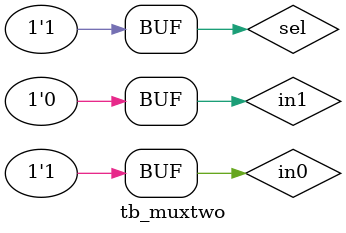
<source format=v>
`timescale 1ns / 1ps


module tb_muxtwo();

reg in0;
reg in1;
reg sel;

wire y;

initial
begin
    sel=1'b0;
    in0=0;
    in1=1;
    #100
    in0=1;
    #100
    sel=1'b1;
    #100
    in1=0;
end

muxtwo tb_muxtwo
(
    .in1(in1),
    .in0(in0),
    .sel(sel),
    
    .out(out)
    );

endmodule

</source>
